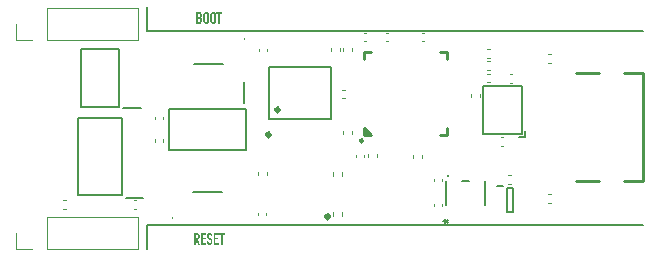
<source format=gto>
%TF.GenerationSoftware,KiCad,Pcbnew,9.0.0*%
%TF.CreationDate,2025-03-14T22:24:00-04:00*%
%TF.ProjectId,teensy,7465656e-7379-42e6-9b69-6361645f7063,rev?*%
%TF.SameCoordinates,Original*%
%TF.FileFunction,Legend,Top*%
%TF.FilePolarity,Positive*%
%FSLAX46Y46*%
G04 Gerber Fmt 4.6, Leading zero omitted, Abs format (unit mm)*
G04 Created by KiCad (PCBNEW 9.0.0) date 2025-03-14 22:24:00*
%MOMM*%
%LPD*%
G01*
G04 APERTURE LIST*
%ADD10C,0.150000*%
%ADD11C,0.250000*%
%ADD12C,0.120000*%
%ADD13C,0.200000*%
%ADD14C,0.152400*%
%ADD15C,0.127000*%
%ADD16C,0.100000*%
%ADD17C,0.300000*%
%ADD18C,0.325000*%
G04 APERTURE END LIST*
D10*
X138000000Y-91750000D02*
X138000000Y-93750000D01*
X138000000Y-110250000D02*
X180000000Y-110250000D01*
X138000000Y-93750000D02*
X180000000Y-93750000D01*
X138000000Y-110250000D02*
X138000000Y-112250000D01*
D11*
G36*
X142252999Y-110884218D02*
G01*
X142304496Y-110898128D01*
X142348071Y-110921312D01*
X142391398Y-110963333D01*
X142417146Y-111007383D01*
X142434972Y-111060706D01*
X142444875Y-111123302D01*
X142447103Y-111176336D01*
X142444432Y-111229454D01*
X142435323Y-111281878D01*
X142419748Y-111328011D01*
X142393427Y-111371505D01*
X142355497Y-111408199D01*
X142323761Y-111428883D01*
X142477878Y-111880000D01*
X142326692Y-111880000D01*
X142192114Y-111457948D01*
X142105408Y-111457948D01*
X142105408Y-111880000D01*
X141962526Y-111880000D01*
X141962526Y-111332896D01*
X142105408Y-111332896D01*
X142187718Y-111332896D01*
X142236444Y-111326988D01*
X142248778Y-111322393D01*
X142284438Y-111292351D01*
X142299825Y-111244235D01*
X142304011Y-111193687D01*
X142304221Y-111177557D01*
X142301950Y-111128156D01*
X142299825Y-111111367D01*
X142284526Y-111064413D01*
X142282972Y-111061786D01*
X142243893Y-111032294D01*
X142194517Y-111022808D01*
X142180879Y-111022463D01*
X142105408Y-111022463D01*
X142105408Y-111332896D01*
X141962526Y-111332896D01*
X141962526Y-110879581D01*
X142193579Y-110879581D01*
X142252999Y-110884218D01*
G37*
G36*
X142558478Y-111880000D02*
G01*
X142558478Y-110879581D01*
X142980530Y-110879581D01*
X142980530Y-111022463D01*
X142701360Y-111022463D01*
X142701360Y-111299434D01*
X142949267Y-111299434D01*
X142949267Y-111442316D01*
X142701360Y-111442316D01*
X142701360Y-111737117D01*
X142980530Y-111737117D01*
X142980530Y-111880000D01*
X142558478Y-111880000D01*
G37*
G36*
X143531786Y-111172184D02*
G01*
X143388904Y-111172184D01*
X143388904Y-111140188D01*
X143381949Y-111089484D01*
X143366922Y-111055924D01*
X143327710Y-111025279D01*
X143292916Y-111020265D01*
X143247732Y-111031500D01*
X143219888Y-111059344D01*
X143205233Y-111100621D01*
X143201325Y-111148492D01*
X143203279Y-111197585D01*
X143213538Y-111232512D01*
X143237473Y-111259134D01*
X143279972Y-111281116D01*
X143386217Y-111324347D01*
X143430301Y-111345533D01*
X143460956Y-111367090D01*
X143494476Y-111404252D01*
X143505896Y-111423510D01*
X143521349Y-111471209D01*
X143526168Y-111499469D01*
X143530711Y-111551066D01*
X143531786Y-111596434D01*
X143529730Y-111645785D01*
X143522918Y-111695687D01*
X143519330Y-111712693D01*
X143504271Y-111759580D01*
X143479030Y-111804284D01*
X143442788Y-111841049D01*
X143402337Y-111865589D01*
X143353529Y-111881542D01*
X143303762Y-111887468D01*
X143287055Y-111887815D01*
X143237412Y-111883297D01*
X143191067Y-111869741D01*
X143147352Y-111846418D01*
X143114619Y-111819427D01*
X143082797Y-111779911D01*
X143063817Y-111744689D01*
X143049142Y-111697138D01*
X143045010Y-111651632D01*
X143045010Y-111598632D01*
X143187892Y-111598632D01*
X143187892Y-111643084D01*
X143197674Y-111691114D01*
X143210607Y-111713670D01*
X143253778Y-111741239D01*
X143287055Y-111744933D01*
X143336166Y-111737456D01*
X143342742Y-111734431D01*
X143373761Y-111704633D01*
X143386706Y-111657739D01*
X143388850Y-111607468D01*
X143388904Y-111597166D01*
X143387516Y-111548309D01*
X143386217Y-111533175D01*
X143375471Y-111492630D01*
X143350314Y-111467473D01*
X143308792Y-111446468D01*
X143209385Y-111404703D01*
X143163621Y-111381515D01*
X143123693Y-111351309D01*
X143093050Y-111312683D01*
X143088974Y-111305052D01*
X143071592Y-111258678D01*
X143062051Y-111210058D01*
X143058563Y-111161039D01*
X143058443Y-111149469D01*
X143061717Y-111098443D01*
X143071538Y-111049778D01*
X143073342Y-111043468D01*
X143092271Y-110996634D01*
X143118771Y-110956762D01*
X143153805Y-110922490D01*
X143192044Y-110899120D01*
X143241015Y-110882817D01*
X143290877Y-110877468D01*
X143298534Y-110877383D01*
X143348360Y-110882267D01*
X143393789Y-110896922D01*
X143436413Y-110921267D01*
X143468527Y-110948702D01*
X143499106Y-110987910D01*
X143521346Y-111035147D01*
X143531230Y-111086247D01*
X143531786Y-111102330D01*
X143531786Y-111172184D01*
G37*
G36*
X143643893Y-111880000D02*
G01*
X143643893Y-110879581D01*
X144065945Y-110879581D01*
X144065945Y-111022463D01*
X143786775Y-111022463D01*
X143786775Y-111299434D01*
X144034682Y-111299434D01*
X144034682Y-111442316D01*
X143786775Y-111442316D01*
X143786775Y-111737117D01*
X144065945Y-111737117D01*
X144065945Y-111880000D01*
X143643893Y-111880000D01*
G37*
G36*
X144268911Y-111880000D02*
G01*
X144268911Y-111022463D01*
X144099162Y-111022463D01*
X144099162Y-110879581D01*
X144568108Y-110879581D01*
X144568108Y-111022463D01*
X144411793Y-111022463D01*
X144411793Y-111880000D01*
X144268911Y-111880000D01*
G37*
G36*
X142423606Y-92182535D02*
G01*
X142473855Y-92193447D01*
X142492986Y-92200586D01*
X142537622Y-92224827D01*
X142573342Y-92256029D01*
X142602674Y-92298567D01*
X142617794Y-92336140D01*
X142628467Y-92385114D01*
X142631472Y-92429930D01*
X142631472Y-92466322D01*
X142628240Y-92515847D01*
X142624633Y-92534466D01*
X142606472Y-92580662D01*
X142604849Y-92583314D01*
X142570278Y-92621474D01*
X142527180Y-92649993D01*
X142571276Y-92677599D01*
X142602814Y-92715079D01*
X142606071Y-92720823D01*
X142623435Y-92768187D01*
X142630579Y-92819203D01*
X142631472Y-92848318D01*
X142631472Y-92905226D01*
X142628375Y-92960483D01*
X142619083Y-93009778D01*
X142600880Y-93058818D01*
X142574585Y-93100072D01*
X142566748Y-93109169D01*
X142524235Y-93143408D01*
X142476195Y-93164436D01*
X142426247Y-93175573D01*
X142377555Y-93179723D01*
X142360118Y-93180000D01*
X142162526Y-93180000D01*
X142162526Y-93037117D01*
X142305408Y-93037117D01*
X142366468Y-93037117D01*
X142415005Y-93031543D01*
X142433879Y-93024173D01*
X142469955Y-92989923D01*
X142470760Y-92988513D01*
X142485071Y-92939879D01*
X142485659Y-92934047D01*
X142488407Y-92883626D01*
X142488590Y-92865415D01*
X142486445Y-92815114D01*
X142484438Y-92798248D01*
X142468600Y-92750674D01*
X142467829Y-92749399D01*
X142430216Y-92720334D01*
X142381956Y-92711380D01*
X142367934Y-92711053D01*
X142305408Y-92711053D01*
X142305408Y-93037117D01*
X142162526Y-93037117D01*
X142162526Y-92586001D01*
X142305408Y-92586001D01*
X142369155Y-92586001D01*
X142419164Y-92580358D01*
X142462853Y-92553911D01*
X142464410Y-92551807D01*
X142483277Y-92506324D01*
X142488566Y-92455514D01*
X142488590Y-92451423D01*
X142483401Y-92401341D01*
X142461479Y-92354947D01*
X142417343Y-92328681D01*
X142368166Y-92322495D01*
X142363782Y-92322463D01*
X142305408Y-92322463D01*
X142305408Y-92586001D01*
X142162526Y-92586001D01*
X142162526Y-92179581D01*
X142374284Y-92179581D01*
X142423606Y-92182535D01*
G37*
G36*
X143049917Y-92182251D02*
G01*
X143087718Y-92192770D01*
X143133957Y-92214365D01*
X143166608Y-92237466D01*
X143199095Y-92274316D01*
X143221807Y-92314159D01*
X143237744Y-92363801D01*
X143242973Y-92412948D01*
X143243056Y-92420404D01*
X143243056Y-92945038D01*
X143238989Y-92996503D01*
X143225604Y-93043965D01*
X143221807Y-93052505D01*
X143195645Y-93095652D01*
X143166608Y-93126510D01*
X143126583Y-93154866D01*
X143087718Y-93172672D01*
X143039048Y-93184917D01*
X143000767Y-93187815D01*
X142951540Y-93183024D01*
X142913572Y-93172672D01*
X142867994Y-93150493D01*
X142836392Y-93126510D01*
X142802761Y-93091027D01*
X142779727Y-93052505D01*
X142763790Y-93003290D01*
X142758561Y-92952814D01*
X142758478Y-92945038D01*
X142758478Y-92420893D01*
X142901360Y-92420893D01*
X142901360Y-92944549D01*
X142910711Y-92993948D01*
X142930914Y-93020509D01*
X142976745Y-93042548D01*
X143001011Y-93044933D01*
X143049062Y-93034415D01*
X143070621Y-93020509D01*
X143096682Y-92976776D01*
X143100174Y-92944549D01*
X143100174Y-92420893D01*
X143090823Y-92371296D01*
X143070621Y-92344689D01*
X143025021Y-92322650D01*
X143001011Y-92320265D01*
X142952530Y-92330783D01*
X142930914Y-92344689D01*
X142904852Y-92388527D01*
X142901360Y-92420893D01*
X142758478Y-92420893D01*
X142758478Y-92420404D01*
X142762545Y-92370496D01*
X142775930Y-92322936D01*
X142779727Y-92314159D01*
X142804518Y-92271905D01*
X142836392Y-92237466D01*
X142877642Y-92208778D01*
X142913572Y-92192770D01*
X142962439Y-92180328D01*
X143000767Y-92177383D01*
X143049917Y-92182251D01*
G37*
G36*
X143645870Y-92182251D02*
G01*
X143683670Y-92192770D01*
X143729909Y-92214365D01*
X143762561Y-92237466D01*
X143795048Y-92274316D01*
X143817759Y-92314159D01*
X143833696Y-92363801D01*
X143838926Y-92412948D01*
X143839009Y-92420404D01*
X143839009Y-92945038D01*
X143834941Y-92996503D01*
X143821557Y-93043965D01*
X143817759Y-93052505D01*
X143791598Y-93095652D01*
X143762561Y-93126510D01*
X143722536Y-93154866D01*
X143683670Y-93172672D01*
X143635001Y-93184917D01*
X143596720Y-93187815D01*
X143547492Y-93183024D01*
X143509525Y-93172672D01*
X143463947Y-93150493D01*
X143432344Y-93126510D01*
X143398714Y-93091027D01*
X143375680Y-93052505D01*
X143359743Y-93003290D01*
X143354514Y-92952814D01*
X143354431Y-92945038D01*
X143354431Y-92420893D01*
X143497313Y-92420893D01*
X143497313Y-92944549D01*
X143506664Y-92993948D01*
X143526866Y-93020509D01*
X143572697Y-93042548D01*
X143596964Y-93044933D01*
X143645014Y-93034415D01*
X143666573Y-93020509D01*
X143692634Y-92976776D01*
X143696127Y-92944549D01*
X143696127Y-92420893D01*
X143686776Y-92371296D01*
X143666573Y-92344689D01*
X143620973Y-92322650D01*
X143596964Y-92320265D01*
X143548483Y-92330783D01*
X143526866Y-92344689D01*
X143500805Y-92388527D01*
X143497313Y-92420893D01*
X143354431Y-92420893D01*
X143354431Y-92420404D01*
X143358498Y-92370496D01*
X143371882Y-92322936D01*
X143375680Y-92314159D01*
X143400471Y-92271905D01*
X143432344Y-92237466D01*
X143473595Y-92208778D01*
X143509525Y-92192770D01*
X143558392Y-92180328D01*
X143596720Y-92177383D01*
X143645870Y-92182251D01*
G37*
G36*
X144040997Y-93180000D02*
G01*
X144040997Y-92322463D01*
X143871249Y-92322463D01*
X143871249Y-92179581D01*
X144340195Y-92179581D01*
X144340195Y-92322463D01*
X144183879Y-92322463D01*
X144183879Y-93180000D01*
X144040997Y-93180000D01*
G37*
D10*
X163055319Y-109906199D02*
X163293414Y-109906199D01*
X163198176Y-110144294D02*
X163293414Y-109906199D01*
X163293414Y-109906199D02*
X163198176Y-109668104D01*
X163483890Y-110049056D02*
X163293414Y-109906199D01*
X163293414Y-109906199D02*
X163483890Y-109763342D01*
D12*
%TO.C,C6*%
X158213236Y-93925396D02*
X158428908Y-93925396D01*
X158213236Y-94645396D02*
X158428908Y-94645396D01*
D13*
%TO.C,U9*%
X132393072Y-95298000D02*
X135589072Y-95298000D01*
X132393072Y-100202000D02*
X132393072Y-95298000D01*
X135589072Y-95298000D02*
X135589072Y-100202000D01*
X135589072Y-100202000D02*
X132393072Y-100202000D01*
X137466072Y-100330000D02*
X135939072Y-100330000D01*
D12*
%TO.C,C20*%
X147379750Y-109172164D02*
X147379750Y-109387836D01*
X148099750Y-109172164D02*
X148099750Y-109387836D01*
%TO.C,R6*%
X153535176Y-95523312D02*
X153535176Y-95216030D01*
X154295176Y-95523312D02*
X154295176Y-95216030D01*
D11*
%TO.C,U3*%
X156350000Y-95600000D02*
X156920000Y-95600000D01*
X156350000Y-96170000D02*
X156350000Y-95600000D01*
X156350000Y-102340000D02*
X156450000Y-102340000D01*
X156350000Y-102600000D02*
X156350000Y-102030000D01*
X156450000Y-102340000D02*
X156710000Y-102600000D01*
X156920000Y-102600000D02*
X156350000Y-102030000D01*
X156920000Y-102600000D02*
X156350000Y-102600000D01*
X162780000Y-95600000D02*
X163350000Y-95600000D01*
X163350000Y-95600000D02*
X163350000Y-96170000D01*
X163350000Y-102030000D02*
X163350000Y-102500000D01*
X163350000Y-102500000D02*
X163350000Y-102600000D01*
X163350000Y-102600000D02*
X162780000Y-102600000D01*
X156280000Y-103100000D02*
G75*
G02*
X156020000Y-103100000I-130000J0D01*
G01*
X156020000Y-103100000D02*
G75*
G02*
X156280000Y-103100000I130000J0D01*
G01*
D12*
%TO.C,R2*%
X172211141Y-95720000D02*
X171903859Y-95720000D01*
X172211141Y-96480000D02*
X171903859Y-96480000D01*
D14*
%TO.C,U1*%
X163263600Y-106471300D02*
X163263600Y-108528700D01*
D15*
X163440000Y-106000000D02*
X163440000Y-106070000D01*
D14*
X165241960Y-106471300D02*
X164638040Y-106471300D01*
X166616400Y-108528700D02*
X166616400Y-106471300D01*
D12*
%TO.C,C8*%
X156714749Y-104241974D02*
X156714749Y-104457646D01*
X157434749Y-104241974D02*
X157434749Y-104457646D01*
%TO.C,R4*%
X154584211Y-102539037D02*
X154584211Y-102231755D01*
X155344211Y-102539037D02*
X155344211Y-102231755D01*
%TO.C,C19*%
X147389750Y-105762164D02*
X147389750Y-105977836D01*
X148109750Y-105762164D02*
X148109750Y-105977836D01*
%TO.C,R10*%
X153719750Y-106033641D02*
X153719750Y-105726359D01*
X154479750Y-106033641D02*
X154479750Y-105726359D01*
D13*
%TO.C,U5*%
X142000000Y-93750000D02*
X144400000Y-93750000D01*
X142000000Y-96550000D02*
X144400000Y-96550000D01*
D16*
X146200000Y-94350000D02*
X146200000Y-94350000D01*
X146200000Y-94450000D02*
X146200000Y-94450000D01*
X146200000Y-94350000D02*
G75*
G02*
X146200000Y-94450000I0J-50000D01*
G01*
X146200000Y-94450000D02*
G75*
G02*
X146200000Y-94350000I0J50000D01*
G01*
D12*
%TO.C,C13*%
X166778282Y-96360551D02*
X166993954Y-96360551D01*
X166778282Y-97080551D02*
X166993954Y-97080551D01*
D10*
%TO.C,U7*%
X148301072Y-96869686D02*
X153581072Y-96869686D01*
X148301072Y-101229686D02*
X148301072Y-96869686D01*
X153581072Y-96869686D02*
X153581072Y-101229686D01*
X153581072Y-101229686D02*
X148301072Y-101229686D01*
D17*
X148421072Y-102579686D02*
G75*
G02*
X148121072Y-102579686I-150000J0D01*
G01*
X148121072Y-102579686D02*
G75*
G02*
X148421072Y-102579686I150000J0D01*
G01*
X149181072Y-100469686D02*
G75*
G02*
X148881072Y-100469686I-150000J0D01*
G01*
X148881072Y-100469686D02*
G75*
G02*
X149181072Y-100469686I150000J0D01*
G01*
D13*
%TO.C,U10*%
X132141072Y-101150000D02*
X135841072Y-101150000D01*
X132141072Y-107650000D02*
X132141072Y-101150000D01*
X135841072Y-101150000D02*
X135841072Y-107650000D01*
X135841072Y-107650000D02*
X132141072Y-107650000D01*
X137666072Y-107900000D02*
X136191072Y-107900000D01*
D12*
%TO.C,C17*%
X138640000Y-101042164D02*
X138640000Y-101257836D01*
X139360000Y-101042164D02*
X139360000Y-101257836D01*
%TO.C,R7*%
X154597631Y-95203074D02*
X154597631Y-95510356D01*
X155357631Y-95203074D02*
X155357631Y-95510356D01*
%TO.C,R8*%
X168829924Y-105970000D02*
X168522642Y-105970000D01*
X168829924Y-106730000D02*
X168522642Y-106730000D01*
%TO.C,C1*%
X162280000Y-108627836D02*
X162280000Y-108412164D01*
X163000000Y-108627836D02*
X163000000Y-108412164D01*
%TO.C,C12*%
X156548908Y-93925396D02*
X156333236Y-93925396D01*
X156548908Y-94645396D02*
X156333236Y-94645396D01*
%TO.C,C16*%
X130883236Y-108140000D02*
X131098908Y-108140000D01*
X130883236Y-108860000D02*
X131098908Y-108860000D01*
%TO.C,C9*%
X161253236Y-93925396D02*
X161468908Y-93925396D01*
X161253236Y-94645396D02*
X161468908Y-94645396D01*
%TO.C,R5*%
X165383372Y-99414580D02*
X165383372Y-99107298D01*
X166143372Y-99414580D02*
X166143372Y-99107298D01*
D10*
%TO.C,U6*%
X166421559Y-98432966D02*
X168071559Y-98432966D01*
X166421559Y-102492966D02*
X166421559Y-98432966D01*
X168071559Y-98432966D02*
X169721559Y-98432966D01*
X169471559Y-102752966D02*
X169981559Y-102752966D01*
X169721559Y-98432966D02*
X169721559Y-98432966D01*
X169721559Y-98432966D02*
X169751559Y-102492966D01*
X169751559Y-102492966D02*
X166421559Y-102492966D01*
X169981559Y-102752966D02*
X169981559Y-102242966D01*
D12*
%TO.C,U12*%
X126935000Y-94530000D02*
X126935000Y-93200000D01*
X128265000Y-94530000D02*
X126935000Y-94530000D01*
X129535000Y-91870000D02*
X137215000Y-91870000D01*
X129535000Y-94530000D02*
X129535000Y-91870000D01*
X129535000Y-94530000D02*
X137215000Y-94530000D01*
X137215000Y-94530000D02*
X137215000Y-91870000D01*
%TO.C,R1*%
X172211141Y-107620000D02*
X171903859Y-107620000D01*
X172211141Y-108380000D02*
X171903859Y-108380000D01*
D16*
%TO.C,U4*%
X140100000Y-109550000D02*
X140100000Y-109550000D01*
X140100000Y-109650000D02*
X140100000Y-109650000D01*
D13*
X144300000Y-107450000D02*
X141900000Y-107450000D01*
X144300000Y-110250000D02*
X141900000Y-110250000D01*
D16*
X140100000Y-109550000D02*
G75*
G02*
X140100000Y-109650000I0J-50000D01*
G01*
X140100000Y-109650000D02*
G75*
G02*
X140100000Y-109550000I0J50000D01*
G01*
D12*
%TO.C,C5*%
X166778282Y-97407506D02*
X166993954Y-97407506D01*
X166778282Y-98127506D02*
X166993954Y-98127506D01*
%TO.C,R9*%
X153699750Y-109126359D02*
X153699750Y-109433641D01*
X154459750Y-109126359D02*
X154459750Y-109433641D01*
%TO.C,C15*%
X136883236Y-108140000D02*
X137098908Y-108140000D01*
X136883236Y-108860000D02*
X137098908Y-108860000D01*
%TO.C,C18*%
X138640000Y-103157836D02*
X138640000Y-102942164D01*
X139360000Y-103157836D02*
X139360000Y-102942164D01*
D13*
%TO.C,U8*%
X167645000Y-106950000D02*
X168120000Y-106950000D01*
X168470000Y-107050000D02*
X168970000Y-107050000D01*
X168470000Y-109150000D02*
X168470000Y-107050000D01*
X168970000Y-107050000D02*
X168970000Y-109150000D01*
X168970000Y-109150000D02*
X168470000Y-109150000D01*
D12*
%TO.C,C3*%
X168156166Y-102784022D02*
X167940494Y-102784022D01*
X168156166Y-103504022D02*
X167940494Y-103504022D01*
%TO.C,C4*%
X168710423Y-97459901D02*
X168926095Y-97459901D01*
X168710423Y-98179901D02*
X168926095Y-98179901D01*
D11*
%TO.C,U2*%
X174330000Y-106480000D02*
X176220000Y-106480000D01*
X176220000Y-97330000D02*
X174330000Y-97330000D01*
X178410000Y-106480000D02*
X179980000Y-106480000D01*
X179980000Y-97330000D02*
X178410000Y-97330000D01*
X179980000Y-106480000D02*
X179980000Y-97330000D01*
D12*
%TO.C,C11*%
X154747895Y-98751098D02*
X154532223Y-98751098D01*
X154747895Y-99471098D02*
X154532223Y-99471098D01*
%TO.C,U11*%
X126935000Y-112230000D02*
X126935000Y-110900000D01*
X128265000Y-112230000D02*
X126935000Y-112230000D01*
X129535000Y-109570000D02*
X137215000Y-109570000D01*
X129535000Y-112230000D02*
X129535000Y-109570000D01*
X129535000Y-112230000D02*
X137215000Y-112230000D01*
X137215000Y-112230000D02*
X137215000Y-109570000D01*
D18*
%TO.C,U30*%
X153437000Y-109525000D02*
G75*
G02*
X153112000Y-109525000I-162500J0D01*
G01*
X153112000Y-109525000D02*
G75*
G02*
X153437000Y-109525000I162500J0D01*
G01*
D13*
%TO.C,U13*%
X139850000Y-100400000D02*
X146350000Y-100400000D01*
X139850000Y-103900000D02*
X139850000Y-100400000D01*
X146225000Y-98125000D02*
X146225000Y-99875000D01*
X146350000Y-100400000D02*
X146350000Y-103900000D01*
X146350000Y-103900000D02*
X139850000Y-103900000D01*
D12*
%TO.C,R3*%
X160489128Y-104253390D02*
X160489128Y-104560672D01*
X161249128Y-104253390D02*
X161249128Y-104560672D01*
%TO.C,C2*%
X162280000Y-106292164D02*
X162280000Y-106507836D01*
X163000000Y-106292164D02*
X163000000Y-106507836D01*
%TO.C,C7*%
X155676023Y-104270010D02*
X155676023Y-104485682D01*
X156396023Y-104270010D02*
X156396023Y-104485682D01*
%TO.C,C10*%
X147459532Y-95289723D02*
X147459532Y-95505395D01*
X148179532Y-95289723D02*
X148179532Y-95505395D01*
%TO.C,C14*%
X166806717Y-95346347D02*
X167022389Y-95346347D01*
X166806717Y-96066347D02*
X167022389Y-96066347D01*
%TD*%
M02*

</source>
